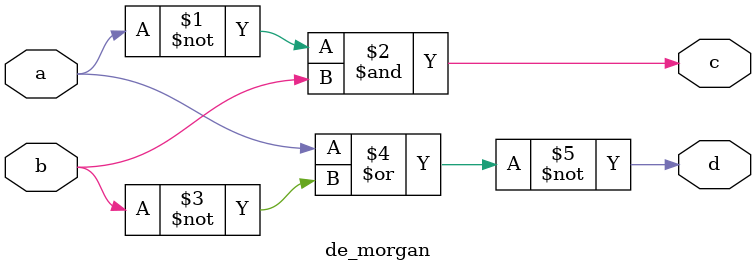
<source format=v>
`timescale 1ns / 1ps


module de_morgan(
    input a,b,
    output c,d
    );
 
  assign c=(~a)&b;
  assign d=~(a|(~b));
endmodule

</source>
